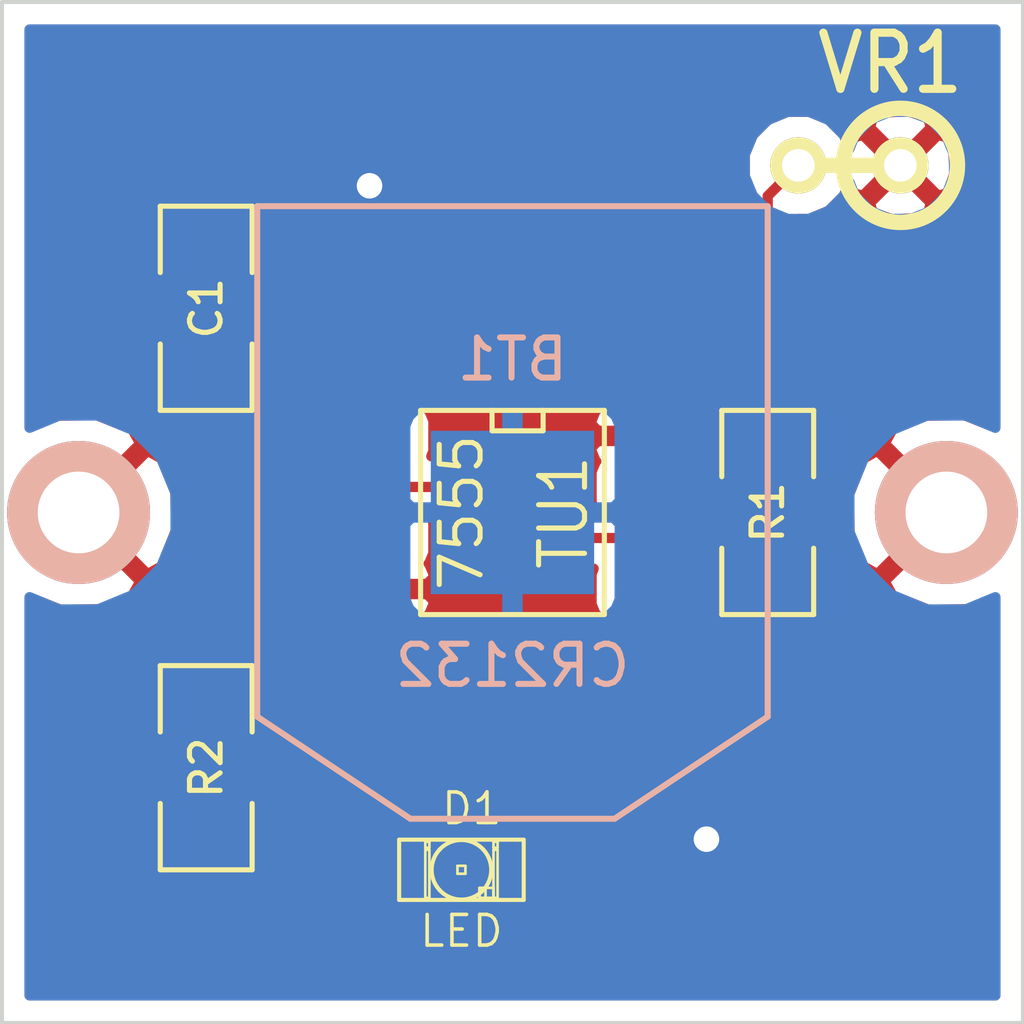
<source format=kicad_pcb>
(kicad_pcb (version 3) (host pcbnew "(2013-07-07 BZR 4022)-stable")

  (general
    (links 14)
    (no_connects 0)
    (area 199.263 58.369999 224.917 83.870001)
    (thickness 1.6)
    (drawings 4)
    (tracks 27)
    (zones 0)
    (modules 7)
    (nets 7)
  )

  (page A3)
  (layers
    (15 F.Cu signal)
    (0 B.Cu signal)
    (16 B.Adhes user)
    (17 F.Adhes user)
    (18 B.Paste user)
    (19 F.Paste user)
    (20 B.SilkS user)
    (21 F.SilkS user)
    (22 B.Mask user)
    (23 F.Mask user)
    (24 Dwgs.User user)
    (25 Cmts.User user)
    (26 Eco1.User user)
    (27 Eco2.User user)
    (28 Edge.Cuts user)
  )

  (setup
    (last_trace_width 0.254)
    (trace_clearance 0.254)
    (zone_clearance 0.508)
    (zone_45_only no)
    (trace_min 0.254)
    (segment_width 0.2)
    (edge_width 0.1)
    (via_size 0.889)
    (via_drill 0.635)
    (via_min_size 0.889)
    (via_min_drill 0.508)
    (uvia_size 0.508)
    (uvia_drill 0.127)
    (uvias_allowed no)
    (uvia_min_size 0.508)
    (uvia_min_drill 0.127)
    (pcb_text_width 0.3)
    (pcb_text_size 1.5 1.5)
    (mod_edge_width 0.15)
    (mod_text_size 1 1)
    (mod_text_width 0.15)
    (pad_size 4.064 4.064)
    (pad_drill 0)
    (pad_to_mask_clearance 0)
    (aux_axis_origin 0 0)
    (visible_elements 7FFFFFFF)
    (pcbplotparams
      (layerselection 271613953)
      (usegerberextensions true)
      (excludeedgelayer true)
      (linewidth 0.150000)
      (plotframeref false)
      (viasonmask false)
      (mode 1)
      (useauxorigin false)
      (hpglpennumber 1)
      (hpglpenspeed 20)
      (hpglpendiameter 15)
      (hpglpenoverlay 2)
      (psnegative false)
      (psa4output false)
      (plotreference true)
      (plotvalue true)
      (plotothertext true)
      (plotinvisibletext false)
      (padsonsilk false)
      (subtractmaskfromsilk false)
      (outputformat 1)
      (mirror false)
      (drillshape 0)
      (scaleselection 1)
      (outputdirectory output/))
  )

  (net 0 "")
  (net 1 GND)
  (net 2 N-000001)
  (net 3 N-000002)
  (net 4 N-000003)
  (net 5 N-000006)
  (net 6 VCC)

  (net_class Default "This is the default net class."
    (clearance 0.254)
    (trace_width 0.254)
    (via_dia 0.889)
    (via_drill 0.635)
    (uvia_dia 0.508)
    (uvia_drill 0.127)
    (add_net "")
    (add_net GND)
    (add_net N-000001)
    (add_net N-000002)
    (add_net N-000003)
    (add_net N-000006)
    (add_net VCC)
  )

  (module SO8N (layer F.Cu) (tedit 45127296) (tstamp 52DD696F)
    (at 212.09 71.12 270)
    (descr "Module CMS SOJ 8 pins large")
    (tags "CMS SOJ")
    (path /52DD5FA3)
    (attr smd)
    (fp_text reference TU1 (at 0 -1.27 270) (layer F.SilkS)
      (effects (font (size 1.143 1.016) (thickness 0.127)))
    )
    (fp_text value 7555 (at 0 1.27 270) (layer F.SilkS)
      (effects (font (size 1.016 1.016) (thickness 0.127)))
    )
    (fp_line (start -2.54 -2.286) (end 2.54 -2.286) (layer F.SilkS) (width 0.127))
    (fp_line (start 2.54 -2.286) (end 2.54 2.286) (layer F.SilkS) (width 0.127))
    (fp_line (start 2.54 2.286) (end -2.54 2.286) (layer F.SilkS) (width 0.127))
    (fp_line (start -2.54 2.286) (end -2.54 -2.286) (layer F.SilkS) (width 0.127))
    (fp_line (start -2.54 -0.762) (end -2.032 -0.762) (layer F.SilkS) (width 0.127))
    (fp_line (start -2.032 -0.762) (end -2.032 0.508) (layer F.SilkS) (width 0.127))
    (fp_line (start -2.032 0.508) (end -2.54 0.508) (layer F.SilkS) (width 0.127))
    (pad 8 smd rect (at -1.905 -3.175 270) (size 0.508 1.143)
      (layers F.Cu F.Paste F.Mask)
      (net 6 VCC)
    )
    (pad 7 smd rect (at -0.635 -3.175 270) (size 0.508 1.143)
      (layers F.Cu F.Paste F.Mask)
      (net 5 N-000006)
    )
    (pad 6 smd rect (at 0.635 -3.175 270) (size 0.508 1.143)
      (layers F.Cu F.Paste F.Mask)
      (net 2 N-000001)
    )
    (pad 5 smd rect (at 1.905 -3.175 270) (size 0.508 1.143)
      (layers F.Cu F.Paste F.Mask)
    )
    (pad 4 smd rect (at 1.905 3.175 270) (size 0.508 1.143)
      (layers F.Cu F.Paste F.Mask)
      (net 6 VCC)
    )
    (pad 3 smd rect (at 0.635 3.175 270) (size 0.508 1.143)
      (layers F.Cu F.Paste F.Mask)
      (net 3 N-000002)
    )
    (pad 2 smd rect (at -0.635 3.175 270) (size 0.508 1.143)
      (layers F.Cu F.Paste F.Mask)
      (net 2 N-000001)
    )
    (pad 1 smd rect (at -1.905 3.175 270) (size 0.508 1.143)
      (layers F.Cu F.Paste F.Mask)
      (net 1 GND)
    )
    (model smd/cms_so8.wrl
      (at (xyz 0 0 0))
      (scale (xyz 0.5 0.38 0.5))
      (rotate (xyz 0 0 0))
    )
  )

  (module SM1206 (layer F.Cu) (tedit 42806E24) (tstamp 52DEC2EB)
    (at 204.47 77.47 270)
    (path /52DD6039)
    (attr smd)
    (fp_text reference R2 (at 0 0 270) (layer F.SilkS)
      (effects (font (size 0.762 0.762) (thickness 0.127)))
    )
    (fp_text value 1K (at 0 0 270) (layer F.SilkS) hide
      (effects (font (size 0.762 0.762) (thickness 0.127)))
    )
    (fp_line (start -2.54 -1.143) (end -2.54 1.143) (layer F.SilkS) (width 0.127))
    (fp_line (start -2.54 1.143) (end -0.889 1.143) (layer F.SilkS) (width 0.127))
    (fp_line (start 0.889 -1.143) (end 2.54 -1.143) (layer F.SilkS) (width 0.127))
    (fp_line (start 2.54 -1.143) (end 2.54 1.143) (layer F.SilkS) (width 0.127))
    (fp_line (start 2.54 1.143) (end 0.889 1.143) (layer F.SilkS) (width 0.127))
    (fp_line (start -0.889 -1.143) (end -2.54 -1.143) (layer F.SilkS) (width 0.127))
    (pad 1 smd rect (at -1.651 0 270) (size 1.524 2.032)
      (layers F.Cu F.Paste F.Mask)
      (net 3 N-000002)
    )
    (pad 2 smd rect (at 1.651 0 270) (size 1.524 2.032)
      (layers F.Cu F.Paste F.Mask)
      (net 4 N-000003)
    )
    (model smd/chip_cms.wrl
      (at (xyz 0 0 0))
      (scale (xyz 0.17 0.16 0.16))
      (rotate (xyz 0 0 0))
    )
  )

  (module SM1206 (layer F.Cu) (tedit 42806E24) (tstamp 52DD753D)
    (at 204.47 66.04 90)
    (path /52DD5FFA)
    (attr smd)
    (fp_text reference C1 (at 0 0 90) (layer F.SilkS)
      (effects (font (size 0.762 0.762) (thickness 0.127)))
    )
    (fp_text value 1u (at 0 0 90) (layer F.SilkS) hide
      (effects (font (size 0.762 0.762) (thickness 0.127)))
    )
    (fp_line (start -2.54 -1.143) (end -2.54 1.143) (layer F.SilkS) (width 0.127))
    (fp_line (start -2.54 1.143) (end -0.889 1.143) (layer F.SilkS) (width 0.127))
    (fp_line (start 0.889 -1.143) (end 2.54 -1.143) (layer F.SilkS) (width 0.127))
    (fp_line (start 2.54 -1.143) (end 2.54 1.143) (layer F.SilkS) (width 0.127))
    (fp_line (start 2.54 1.143) (end 0.889 1.143) (layer F.SilkS) (width 0.127))
    (fp_line (start -0.889 -1.143) (end -2.54 -1.143) (layer F.SilkS) (width 0.127))
    (pad 1 smd rect (at -1.651 0 90) (size 1.524 2.032)
      (layers F.Cu F.Paste F.Mask)
      (net 2 N-000001)
    )
    (pad 2 smd rect (at 1.651 0 90) (size 1.524 2.032)
      (layers F.Cu F.Paste F.Mask)
      (net 1 GND)
    )
    (model smd/chip_cms.wrl
      (at (xyz 0 0 0))
      (scale (xyz 0.17 0.16 0.16))
      (rotate (xyz 0 0 0))
    )
  )

  (module SM1206 (layer F.Cu) (tedit 42806E24) (tstamp 52DD7549)
    (at 218.44 71.12 270)
    (path /52DD6009)
    (attr smd)
    (fp_text reference R1 (at 0 0 270) (layer F.SilkS)
      (effects (font (size 0.762 0.762) (thickness 0.127)))
    )
    (fp_text value 470K (at 0 0 270) (layer F.SilkS) hide
      (effects (font (size 0.762 0.762) (thickness 0.127)))
    )
    (fp_line (start -2.54 -1.143) (end -2.54 1.143) (layer F.SilkS) (width 0.127))
    (fp_line (start -2.54 1.143) (end -0.889 1.143) (layer F.SilkS) (width 0.127))
    (fp_line (start 0.889 -1.143) (end 2.54 -1.143) (layer F.SilkS) (width 0.127))
    (fp_line (start 2.54 -1.143) (end 2.54 1.143) (layer F.SilkS) (width 0.127))
    (fp_line (start 2.54 1.143) (end 0.889 1.143) (layer F.SilkS) (width 0.127))
    (fp_line (start -0.889 -1.143) (end -2.54 -1.143) (layer F.SilkS) (width 0.127))
    (pad 1 smd rect (at -1.651 0 270) (size 1.524 2.032)
      (layers F.Cu F.Paste F.Mask)
      (net 5 N-000006)
    )
    (pad 2 smd rect (at 1.651 0 270) (size 1.524 2.032)
      (layers F.Cu F.Paste F.Mask)
      (net 2 N-000001)
    )
    (model smd/chip_cms.wrl
      (at (xyz 0 0 0))
      (scale (xyz 0.17 0.16 0.16))
      (rotate (xyz 0 0 0))
    )
  )

  (module R1 (layer F.Cu) (tedit 200000) (tstamp 52DD7551)
    (at 220.472 62.484 180)
    (descr "Resistance verticale")
    (tags R)
    (path /52DD602C)
    (autoplace_cost90 10)
    (autoplace_cost180 10)
    (fp_text reference VR1 (at -1.016 2.54 180) (layer F.SilkS)
      (effects (font (size 1.397 1.27) (thickness 0.2032)))
    )
    (fp_text value VR (at -1.143 2.54 180) (layer F.SilkS) hide
      (effects (font (size 1.397 1.27) (thickness 0.2032)))
    )
    (fp_line (start -1.27 0) (end 1.27 0) (layer F.SilkS) (width 0.381))
    (fp_circle (center -1.27 0) (end -0.635 1.27) (layer F.SilkS) (width 0.381))
    (pad 1 thru_hole circle (at -1.27 0 180) (size 1.397 1.397) (drill 0.8128)
      (layers *.Cu *.Mask F.SilkS)
      (net 6 VCC)
    )
    (pad 2 thru_hole circle (at 1.27 0 180) (size 1.397 1.397) (drill 0.8128)
      (layers *.Cu *.Mask F.SilkS)
      (net 5 N-000006)
    )
    (model discret/verti_resistor.wrl
      (at (xyz 0 0 0))
      (scale (xyz 1 1 1))
      (rotate (xyz 0 0 0))
    )
  )

  (module LED-1206 (layer F.Cu) (tedit 49BFA1FF) (tstamp 52DD757B)
    (at 210.82 80.01)
    (descr "LED 1206 smd package")
    (tags "LED1206 SMD")
    (path /52DD604B)
    (attr smd)
    (fp_text reference D1 (at 0.254 -1.524) (layer F.SilkS)
      (effects (font (size 0.762 0.762) (thickness 0.0889)))
    )
    (fp_text value LED (at 0 1.524) (layer F.SilkS)
      (effects (font (size 0.762 0.762) (thickness 0.0889)))
    )
    (fp_line (start -0.09906 0.09906) (end 0.09906 0.09906) (layer F.SilkS) (width 0.06604))
    (fp_line (start 0.09906 0.09906) (end 0.09906 -0.09906) (layer F.SilkS) (width 0.06604))
    (fp_line (start -0.09906 -0.09906) (end 0.09906 -0.09906) (layer F.SilkS) (width 0.06604))
    (fp_line (start -0.09906 0.09906) (end -0.09906 -0.09906) (layer F.SilkS) (width 0.06604))
    (fp_line (start 0.44958 0.6985) (end 0.79756 0.6985) (layer F.SilkS) (width 0.06604))
    (fp_line (start 0.79756 0.6985) (end 0.79756 0.44958) (layer F.SilkS) (width 0.06604))
    (fp_line (start 0.44958 0.44958) (end 0.79756 0.44958) (layer F.SilkS) (width 0.06604))
    (fp_line (start 0.44958 0.6985) (end 0.44958 0.44958) (layer F.SilkS) (width 0.06604))
    (fp_line (start 0.79756 0.6985) (end 0.89916 0.6985) (layer F.SilkS) (width 0.06604))
    (fp_line (start 0.89916 0.6985) (end 0.89916 -0.49784) (layer F.SilkS) (width 0.06604))
    (fp_line (start 0.79756 -0.49784) (end 0.89916 -0.49784) (layer F.SilkS) (width 0.06604))
    (fp_line (start 0.79756 0.6985) (end 0.79756 -0.49784) (layer F.SilkS) (width 0.06604))
    (fp_line (start 0.79756 -0.54864) (end 0.89916 -0.54864) (layer F.SilkS) (width 0.06604))
    (fp_line (start 0.89916 -0.54864) (end 0.89916 -0.6985) (layer F.SilkS) (width 0.06604))
    (fp_line (start 0.79756 -0.6985) (end 0.89916 -0.6985) (layer F.SilkS) (width 0.06604))
    (fp_line (start 0.79756 -0.54864) (end 0.79756 -0.6985) (layer F.SilkS) (width 0.06604))
    (fp_line (start -0.89916 0.6985) (end -0.79756 0.6985) (layer F.SilkS) (width 0.06604))
    (fp_line (start -0.79756 0.6985) (end -0.79756 -0.49784) (layer F.SilkS) (width 0.06604))
    (fp_line (start -0.89916 -0.49784) (end -0.79756 -0.49784) (layer F.SilkS) (width 0.06604))
    (fp_line (start -0.89916 0.6985) (end -0.89916 -0.49784) (layer F.SilkS) (width 0.06604))
    (fp_line (start -0.89916 -0.54864) (end -0.79756 -0.54864) (layer F.SilkS) (width 0.06604))
    (fp_line (start -0.79756 -0.54864) (end -0.79756 -0.6985) (layer F.SilkS) (width 0.06604))
    (fp_line (start -0.89916 -0.6985) (end -0.79756 -0.6985) (layer F.SilkS) (width 0.06604))
    (fp_line (start -0.89916 -0.54864) (end -0.89916 -0.6985) (layer F.SilkS) (width 0.06604))
    (fp_line (start 0.44958 0.6985) (end 0.59944 0.6985) (layer F.SilkS) (width 0.06604))
    (fp_line (start 0.59944 0.6985) (end 0.59944 0.44958) (layer F.SilkS) (width 0.06604))
    (fp_line (start 0.44958 0.44958) (end 0.59944 0.44958) (layer F.SilkS) (width 0.06604))
    (fp_line (start 0.44958 0.6985) (end 0.44958 0.44958) (layer F.SilkS) (width 0.06604))
    (fp_line (start 1.5494 0.7493) (end -1.5494 0.7493) (layer F.SilkS) (width 0.1016))
    (fp_line (start -1.5494 0.7493) (end -1.5494 -0.7493) (layer F.SilkS) (width 0.1016))
    (fp_line (start -1.5494 -0.7493) (end 1.5494 -0.7493) (layer F.SilkS) (width 0.1016))
    (fp_line (start 1.5494 -0.7493) (end 1.5494 0.7493) (layer F.SilkS) (width 0.1016))
    (fp_arc (start 0 0) (end 0.54864 0.49784) (angle 95.4) (layer F.SilkS) (width 0.1016))
    (fp_arc (start 0 0) (end -0.54864 0.49784) (angle 84.5) (layer F.SilkS) (width 0.1016))
    (fp_arc (start 0 0) (end -0.54864 -0.49784) (angle 95.4) (layer F.SilkS) (width 0.1016))
    (fp_arc (start 0 0) (end 0.54864 -0.49784) (angle 84.5) (layer F.SilkS) (width 0.1016))
    (pad 1 smd rect (at -1.41986 0) (size 1.59766 1.80086)
      (layers F.Cu F.Paste F.Mask)
      (net 4 N-000003)
    )
    (pad 2 smd rect (at 1.41986 0) (size 1.59766 1.80086)
      (layers F.Cu F.Paste F.Mask)
      (net 1 GND)
    )
  )

  (module CR2032 (layer B.Cu) (tedit 52DEBE6C) (tstamp 52DEBFAB)
    (at 212.09 71.12 180)
    (path /52DD61D3)
    (fp_text reference BT1 (at 0 3.81 180) (layer B.SilkS)
      (effects (font (size 1 1) (thickness 0.15)) (justify mirror))
    )
    (fp_text value CR2132 (at 0 -3.81 180) (layer B.SilkS)
      (effects (font (size 1 1) (thickness 0.15)) (justify mirror))
    )
    (fp_line (start -6.35 7.62) (end -6.35 -5.08) (layer B.SilkS) (width 0.15))
    (fp_line (start -6.35 -5.08) (end -2.54 -7.62) (layer B.SilkS) (width 0.15))
    (fp_line (start -2.54 -7.62) (end 2.54 -7.62) (layer B.SilkS) (width 0.15))
    (fp_line (start 2.54 -7.62) (end 6.35 -5.08) (layer B.SilkS) (width 0.15))
    (fp_line (start 6.35 -5.08) (end 6.35 7.62) (layer B.SilkS) (width 0.15))
    (fp_line (start 6.35 7.62) (end -6.35 7.62) (layer B.SilkS) (width 0.15))
    (pad 2 smd rect (at 0 0 180) (size 4.064 4.064)
      (layers B.Cu B.Paste B.Mask)
      (net 1 GND)
    )
    (pad 1 thru_hole circle (at -10.795 0 180) (size 3.556 3.556) (drill 2.032)
      (layers *.Cu *.Mask B.SilkS)
      (net 6 VCC)
    )
    (pad 1 thru_hole circle (at 10.795 0 180) (size 3.556 3.556) (drill 2.032)
      (layers *.Cu *.Mask B.SilkS)
      (net 6 VCC)
    )
  )

  (gr_line (start 224.79 58.42) (end 224.79 83.82) (angle 90) (layer Edge.Cuts) (width 0.1))
  (gr_line (start 199.39 58.42) (end 224.79 58.42) (angle 90) (layer Edge.Cuts) (width 0.1))
  (gr_line (start 199.39 83.82) (end 199.39 58.42) (angle 90) (layer Edge.Cuts) (width 0.1))
  (gr_line (start 224.79 83.82) (end 199.39 83.82) (angle 90) (layer Edge.Cuts) (width 0.1))

  (segment (start 212.23986 80.01) (end 216.154 80.01) (width 0.254) (layer F.Cu) (net 1))
  (via (at 216.916 79.248) (size 0.889) (layers F.Cu B.Cu) (net 1))
  (segment (start 216.154 80.01) (end 216.916 79.248) (width 0.254) (layer F.Cu) (net 1) (tstamp 52DECA74))
  (via (at 208.534 62.992) (size 0.889) (layers F.Cu B.Cu) (net 1))
  (segment (start 208.534 62.992) (end 207.137 64.389) (width 0.254) (layer F.Cu) (net 1) (tstamp 52DEC9C2))
  (segment (start 207.137 64.389) (end 204.47 64.389) (width 0.254) (layer F.Cu) (net 1))
  (segment (start 204.47 64.389) (end 207.899 64.389) (width 0.254) (layer F.Cu) (net 1))
  (segment (start 208.915 65.405) (end 208.915 69.215) (width 0.254) (layer F.Cu) (net 1) (tstamp 52DEC56C))
  (segment (start 207.899 64.389) (end 208.915 65.405) (width 0.254) (layer F.Cu) (net 1) (tstamp 52DEC569))
  (segment (start 215.265 71.755) (end 217.424 71.755) (width 0.254) (layer F.Cu) (net 2))
  (segment (start 217.424 71.755) (end 218.44 72.771) (width 0.254) (layer F.Cu) (net 2) (tstamp 52DEC59E))
  (segment (start 208.915 70.485) (end 211.455 70.485) (width 0.254) (layer F.Cu) (net 2))
  (segment (start 212.725 71.755) (end 215.265 71.755) (width 0.254) (layer F.Cu) (net 2) (tstamp 52DEC4AD))
  (segment (start 211.455 70.485) (end 212.725 71.755) (width 0.254) (layer F.Cu) (net 2) (tstamp 52DEC4A9))
  (segment (start 204.47 67.691) (end 204.47 69.85) (width 0.254) (layer F.Cu) (net 2))
  (segment (start 205.105 70.485) (end 208.915 70.485) (width 0.254) (layer F.Cu) (net 2) (tstamp 52DEC431))
  (segment (start 204.47 69.85) (end 205.105 70.485) (width 0.254) (layer F.Cu) (net 2) (tstamp 52DEC42A))
  (segment (start 204.47 75.819) (end 204.47 72.39) (width 0.254) (layer F.Cu) (net 3))
  (segment (start 205.105 71.755) (end 208.915 71.755) (width 0.254) (layer F.Cu) (net 3) (tstamp 52DEC320))
  (segment (start 204.47 72.39) (end 205.105 71.755) (width 0.254) (layer F.Cu) (net 3) (tstamp 52DEC31A))
  (segment (start 204.47 79.121) (end 204.851 79.121) (width 0.254) (layer F.Cu) (net 4))
  (segment (start 205.74 80.01) (end 209.40014 80.01) (width 0.254) (layer F.Cu) (net 4) (tstamp 52DEC398))
  (segment (start 204.851 79.121) (end 205.74 80.01) (width 0.254) (layer F.Cu) (net 4) (tstamp 52DEC397))
  (segment (start 218.44 69.469) (end 218.44 63.246) (width 0.254) (layer F.Cu) (net 5))
  (segment (start 218.44 63.246) (end 219.202 62.484) (width 0.254) (layer F.Cu) (net 5) (tstamp 52DECABA))
  (segment (start 215.265 70.485) (end 217.424 70.485) (width 0.254) (layer F.Cu) (net 5))
  (segment (start 217.424 70.485) (end 218.44 69.469) (width 0.254) (layer F.Cu) (net 5) (tstamp 52DEC504))

  (zone (net 6) (net_name VCC) (layer F.Cu) (tstamp 52DEC728) (hatch edge 0.508)
    (connect_pads (clearance 0.508))
    (min_thickness 0.254)
    (fill (arc_segments 16) (thermal_gap 0.508) (thermal_bridge_width 0.508))
    (polygon
      (pts
        (xy 224.282 83.312) (xy 199.644 83.312) (xy 199.644 58.928) (xy 224.282 58.928)
      )
    )
    (filled_polygon
      (pts
        (xy 224.105 83.135) (xy 217.995687 83.135) (xy 217.995687 79.034216) (xy 217.831689 78.637311) (xy 217.528286 78.333378)
        (xy 217.131668 78.168687) (xy 216.702216 78.168313) (xy 216.305311 78.332311) (xy 216.001378 78.635714) (xy 215.836687 79.032332)
        (xy 215.836499 79.248) (xy 213.6738 79.248) (xy 213.6738 78.983815) (xy 213.577331 78.750341) (xy 213.398858 78.571557)
        (xy 213.165554 78.474681) (xy 212.912935 78.47446) (xy 211.315275 78.47446) (xy 211.081801 78.570929) (xy 210.903017 78.749402)
        (xy 210.819915 78.949533) (xy 210.737611 78.750341) (xy 210.559138 78.571557) (xy 210.325834 78.474681) (xy 210.12161 78.474502)
        (xy 210.12161 73.404755) (xy 210.1215 73.31075) (xy 209.96275 73.152) (xy 209.042 73.152) (xy 209.042 73.75525)
        (xy 209.20075 73.914) (xy 209.360745 73.91411) (xy 209.613364 73.913889) (xy 209.846668 73.817013) (xy 210.025141 73.638229)
        (xy 210.12161 73.404755) (xy 210.12161 78.474502) (xy 210.073215 78.47446) (xy 208.788 78.47446) (xy 208.788 73.75525)
        (xy 208.788 73.152) (xy 207.86725 73.152) (xy 207.7085 73.31075) (xy 207.70839 73.404755) (xy 207.804859 73.638229)
        (xy 207.983332 73.817013) (xy 208.216636 73.913889) (xy 208.469255 73.91411) (xy 208.62925 73.914) (xy 208.788 73.75525)
        (xy 208.788 78.47446) (xy 208.475555 78.47446) (xy 208.242081 78.570929) (xy 208.063297 78.749402) (xy 207.966421 78.982706)
        (xy 207.9662 79.235325) (xy 207.9662 79.248) (xy 206.12111 79.248) (xy 206.12111 78.233245) (xy 206.024641 77.999771)
        (xy 205.846168 77.820987) (xy 205.612864 77.724111) (xy 205.360245 77.72389) (xy 203.328245 77.72389) (xy 203.094771 77.820359)
        (xy 202.915987 77.998832) (xy 202.819111 78.232136) (xy 202.81889 78.484755) (xy 202.81889 80.008755) (xy 202.915359 80.242229)
        (xy 203.093832 80.421013) (xy 203.327136 80.517889) (xy 203.579755 80.51811) (xy 205.170479 80.51811) (xy 205.201184 80.548815)
        (xy 205.201185 80.548815) (xy 205.448395 80.713996) (xy 205.739999 80.771999) (xy 205.74 80.772) (xy 207.9662 80.772)
        (xy 207.9662 81.036185) (xy 208.062669 81.269659) (xy 208.241142 81.448443) (xy 208.474446 81.545319) (xy 208.727065 81.54554)
        (xy 210.324725 81.54554) (xy 210.558199 81.449071) (xy 210.736983 81.270598) (xy 210.820084 81.070466) (xy 210.902389 81.269659)
        (xy 211.080862 81.448443) (xy 211.314166 81.545319) (xy 211.566785 81.54554) (xy 213.164445 81.54554) (xy 213.397919 81.449071)
        (xy 213.576703 81.270598) (xy 213.673579 81.037294) (xy 213.6738 80.784675) (xy 213.6738 80.772) (xy 216.154 80.772)
        (xy 216.154 80.771999) (xy 216.445604 80.713996) (xy 216.445605 80.713996) (xy 216.692815 80.548815) (xy 216.914131 80.327499)
        (xy 217.129784 80.327687) (xy 217.526689 80.163689) (xy 217.830622 79.860286) (xy 217.995313 79.463668) (xy 217.995687 79.034216)
        (xy 217.995687 83.135) (xy 200.075 83.135) (xy 200.075 73.230946) (xy 200.844918 73.538752) (xy 201.804795 73.526875)
        (xy 202.636438 73.182397) (xy 202.83014 72.834745) (xy 201.295 71.299605) (xy 201.280857 71.313747) (xy 201.101252 71.134142)
        (xy 201.115395 71.12) (xy 201.101252 71.105857) (xy 201.280857 70.926252) (xy 201.295 70.940395) (xy 202.83014 69.405255)
        (xy 202.636438 69.057603) (xy 201.745082 68.701248) (xy 200.785205 68.713125) (xy 200.075 69.007301) (xy 200.075 59.105)
        (xy 224.105 59.105) (xy 224.105 69.009053) (xy 223.335082 68.701248) (xy 223.087924 68.704306) (xy 223.087924 62.67652)
        (xy 223.059146 62.146802) (xy 222.911798 61.791072) (xy 222.676186 61.729419) (xy 222.496581 61.909024) (xy 222.496581 61.549814)
        (xy 222.434928 61.314202) (xy 221.93452 61.138076) (xy 221.404802 61.166854) (xy 221.049072 61.314202) (xy 220.987419 61.549814)
        (xy 221.742 62.304395) (xy 222.496581 61.549814) (xy 222.496581 61.909024) (xy 221.921605 62.484) (xy 222.676186 63.238581)
        (xy 222.911798 63.176928) (xy 223.087924 62.67652) (xy 223.087924 68.704306) (xy 222.496581 68.711623) (xy 222.496581 63.418186)
        (xy 221.742 62.663605) (xy 221.562395 62.84321) (xy 221.562395 62.484) (xy 220.807814 61.729419) (xy 220.572202 61.791072)
        (xy 220.473917 62.070316) (xy 220.333145 61.72962) (xy 219.958353 61.354174) (xy 219.468413 61.150733) (xy 218.937914 61.15027)
        (xy 218.44762 61.352855) (xy 218.072174 61.727647) (xy 217.868733 62.217587) (xy 217.86827 62.748086) (xy 217.870404 62.753251)
        (xy 217.736004 62.954395) (xy 217.678 63.246) (xy 217.678 68.07189) (xy 217.298245 68.07189) (xy 217.064771 68.168359)
        (xy 216.885987 68.346832) (xy 216.789111 68.580136) (xy 216.78889 68.832755) (xy 216.78889 69.723) (xy 216.41862 69.723)
        (xy 216.47161 69.594755) (xy 216.47161 68.835245) (xy 216.375141 68.601771) (xy 216.196668 68.422987) (xy 215.963364 68.326111)
        (xy 215.710745 68.32589) (xy 215.55075 68.326) (xy 215.392 68.48475) (xy 215.392 69.088) (xy 216.31275 69.088)
        (xy 216.4715 68.92925) (xy 216.47161 68.835245) (xy 216.47161 69.594755) (xy 216.4715 69.50075) (xy 216.31275 69.342)
        (xy 215.392 69.342) (xy 215.392 69.362) (xy 215.138 69.362) (xy 215.138 69.342) (xy 215.138 69.088)
        (xy 215.138 68.48475) (xy 214.97925 68.326) (xy 214.819255 68.32589) (xy 214.566636 68.326111) (xy 214.333332 68.422987)
        (xy 214.154859 68.601771) (xy 214.05839 68.835245) (xy 214.0585 68.92925) (xy 214.21725 69.088) (xy 215.138 69.088)
        (xy 215.138 69.342) (xy 214.21725 69.342) (xy 214.0585 69.50075) (xy 214.05839 69.594755) (xy 214.154859 69.828229)
        (xy 214.176473 69.849881) (xy 214.155487 69.870832) (xy 214.058611 70.104136) (xy 214.05839 70.356755) (xy 214.05839 70.864755)
        (xy 214.111379 70.993) (xy 213.04063 70.993) (xy 211.993815 69.946185) (xy 211.746605 69.781004) (xy 211.455 69.723)
        (xy 210.068597 69.723) (xy 210.121389 69.595864) (xy 210.12161 69.343245) (xy 210.12161 68.835245) (xy 210.025141 68.601771)
        (xy 209.846668 68.422987) (xy 209.677 68.352534) (xy 209.677 65.405) (xy 209.676999 65.404999) (xy 209.618996 65.113395)
        (xy 209.453815 64.866185) (xy 209.453815 64.866184) (xy 208.65924 64.071609) (xy 208.747784 64.071687) (xy 209.144689 63.907689)
        (xy 209.448622 63.604286) (xy 209.613313 63.207668) (xy 209.613687 62.778216) (xy 209.449689 62.381311) (xy 209.146286 62.077378)
        (xy 208.749668 61.912687) (xy 208.320216 61.912313) (xy 207.923311 62.076311) (xy 207.619378 62.379714) (xy 207.454687 62.776332)
        (xy 207.454497 62.993871) (xy 206.821369 63.627) (xy 206.12111 63.627) (xy 206.12111 63.501245) (xy 206.024641 63.267771)
        (xy 205.846168 63.088987) (xy 205.612864 62.992111) (xy 205.360245 62.99189) (xy 203.328245 62.99189) (xy 203.094771 63.088359)
        (xy 202.915987 63.266832) (xy 202.819111 63.500136) (xy 202.81889 63.752755) (xy 202.81889 65.276755) (xy 202.915359 65.510229)
        (xy 203.093832 65.689013) (xy 203.327136 65.785889) (xy 203.579755 65.78611) (xy 205.611755 65.78611) (xy 205.845229 65.689641)
        (xy 206.024013 65.511168) (xy 206.120889 65.277864) (xy 206.120999 65.151) (xy 207.137 65.151) (xy 207.583369 65.151)
        (xy 208.153 65.72063) (xy 208.153 68.352641) (xy 207.984271 68.422359) (xy 207.805487 68.600832) (xy 207.708611 68.834136)
        (xy 207.70839 69.086755) (xy 207.70839 69.594755) (xy 207.761379 69.723) (xy 205.42063 69.723) (xy 205.232 69.534369)
        (xy 205.232 69.08811) (xy 205.611755 69.08811) (xy 205.845229 68.991641) (xy 206.024013 68.813168) (xy 206.120889 68.579864)
        (xy 206.12111 68.327245) (xy 206.12111 66.803245) (xy 206.024641 66.569771) (xy 205.846168 66.390987) (xy 205.612864 66.294111)
        (xy 205.360245 66.29389) (xy 203.328245 66.29389) (xy 203.094771 66.390359) (xy 202.915987 66.568832) (xy 202.819111 66.802136)
        (xy 202.81889 67.054755) (xy 202.81889 68.578755) (xy 202.915359 68.812229) (xy 203.093832 68.991013) (xy 203.327136 69.087889)
        (xy 203.579755 69.08811) (xy 203.708 69.08811) (xy 203.708 69.85) (xy 203.766004 70.141605) (xy 203.931185 70.388815)
        (xy 204.566184 71.023815) (xy 204.566185 71.023815) (xy 204.710135 71.119999) (xy 204.710135 71.12) (xy 204.566184 71.216185)
        (xy 203.931185 71.851185) (xy 203.766004 72.098395) (xy 203.713752 72.361082) (xy 203.713752 71.570082) (xy 203.701875 70.610205)
        (xy 203.357397 69.778562) (xy 203.009745 69.58486) (xy 201.474605 71.12) (xy 203.009745 72.65514) (xy 203.357397 72.461438)
        (xy 203.713752 71.570082) (xy 203.713752 72.361082) (xy 203.708 72.39) (xy 203.708 74.42189) (xy 203.328245 74.42189)
        (xy 203.094771 74.518359) (xy 202.915987 74.696832) (xy 202.819111 74.930136) (xy 202.81889 75.182755) (xy 202.81889 76.706755)
        (xy 202.915359 76.940229) (xy 203.093832 77.119013) (xy 203.327136 77.215889) (xy 203.579755 77.21611) (xy 205.611755 77.21611)
        (xy 205.845229 77.119641) (xy 206.024013 76.941168) (xy 206.120889 76.707864) (xy 206.12111 76.455245) (xy 206.12111 74.931245)
        (xy 206.024641 74.697771) (xy 205.846168 74.518987) (xy 205.612864 74.422111) (xy 205.360245 74.42189) (xy 205.232 74.42189)
        (xy 205.232 72.70563) (xy 205.42063 72.517) (xy 207.761379 72.517) (xy 207.70839 72.645245) (xy 207.7085 72.73925)
        (xy 207.86725 72.898) (xy 208.788 72.898) (xy 208.788 72.878) (xy 209.042 72.878) (xy 209.042 72.898)
        (xy 209.96275 72.898) (xy 210.1215 72.73925) (xy 210.12161 72.645245) (xy 210.025141 72.411771) (xy 210.003526 72.390118)
        (xy 210.024513 72.369168) (xy 210.121389 72.135864) (xy 210.12161 71.883245) (xy 210.12161 71.375245) (xy 210.06862 71.247)
        (xy 211.139369 71.247) (xy 212.186184 72.293815) (xy 212.186185 72.293815) (xy 212.433395 72.458996) (xy 212.725 72.517)
        (xy 214.111402 72.517) (xy 214.058611 72.644136) (xy 214.05839 72.896755) (xy 214.05839 73.404755) (xy 214.154859 73.638229)
        (xy 214.333332 73.817013) (xy 214.566636 73.913889) (xy 214.819255 73.91411) (xy 215.962255 73.91411) (xy 216.195729 73.817641)
        (xy 216.374513 73.639168) (xy 216.471389 73.405864) (xy 216.47161 73.153245) (xy 216.47161 72.645245) (xy 216.41862 72.517)
        (xy 216.78889 72.517) (xy 216.78889 73.658755) (xy 216.885359 73.892229) (xy 217.063832 74.071013) (xy 217.297136 74.167889)
        (xy 217.549755 74.16811) (xy 219.581755 74.16811) (xy 219.815229 74.071641) (xy 219.994013 73.893168) (xy 220.090889 73.659864)
        (xy 220.09111 73.407245) (xy 220.09111 71.883245) (xy 219.994641 71.649771) (xy 219.816168 71.470987) (xy 219.582864 71.374111)
        (xy 219.330245 71.37389) (xy 218.12052 71.37389) (xy 217.962815 71.216185) (xy 217.818864 71.12) (xy 217.818864 71.119999)
        (xy 217.962815 71.023815) (xy 218.12052 70.86611) (xy 219.581755 70.86611) (xy 219.815229 70.769641) (xy 219.994013 70.591168)
        (xy 220.090889 70.357864) (xy 220.09111 70.105245) (xy 220.09111 68.581245) (xy 219.994641 68.347771) (xy 219.816168 68.168987)
        (xy 219.582864 68.072111) (xy 219.330245 68.07189) (xy 219.202 68.07189) (xy 219.202 63.817499) (xy 219.466086 63.81773)
        (xy 219.95638 63.615145) (xy 220.331826 63.240353) (xy 220.465314 62.918877) (xy 220.572202 63.176928) (xy 220.807814 63.238581)
        (xy 221.562395 62.484) (xy 221.562395 62.84321) (xy 220.987419 63.418186) (xy 221.049072 63.653798) (xy 221.54948 63.829924)
        (xy 222.079198 63.801146) (xy 222.434928 63.653798) (xy 222.496581 63.418186) (xy 222.496581 68.711623) (xy 222.375205 68.713125)
        (xy 221.543562 69.057603) (xy 221.34986 69.405255) (xy 222.885 70.940395) (xy 222.899142 70.926252) (xy 223.078747 71.105857)
        (xy 223.064605 71.12) (xy 223.078747 71.134142) (xy 222.899142 71.313747) (xy 222.885 71.299605) (xy 222.705395 71.47921)
        (xy 222.705395 71.12) (xy 221.170255 69.58486) (xy 220.822603 69.778562) (xy 220.466248 70.669918) (xy 220.478125 71.629795)
        (xy 220.822603 72.461438) (xy 221.170255 72.65514) (xy 222.705395 71.12) (xy 222.705395 71.47921) (xy 221.34986 72.834745)
        (xy 221.543562 73.182397) (xy 222.434918 73.538752) (xy 223.394795 73.526875) (xy 224.105 73.232698) (xy 224.105 83.135)
      )
    )
  )
  (zone (net 1) (net_name GND) (layer B.Cu) (tstamp 52DEC8D5) (hatch edge 0.508)
    (connect_pads (clearance 0.508))
    (min_thickness 0.254)
    (fill (arc_segments 16) (thermal_gap 0.508) (thermal_bridge_width 0.508))
    (polygon
      (pts
        (xy 224.282 83.312) (xy 199.644 83.312) (xy 199.644 58.928) (xy 224.282 58.928)
      )
    )
    (filled_polygon
      (pts
        (xy 224.105 83.135) (xy 214.75711 83.135) (xy 214.75711 73.026245) (xy 214.75711 69.213755) (xy 214.756889 68.961136)
        (xy 214.660013 68.727832) (xy 214.481229 68.549359) (xy 214.247755 68.45289) (xy 212.37575 68.453) (xy 212.217 68.61175)
        (xy 212.217 70.993) (xy 214.59825 70.993) (xy 214.757 70.83425) (xy 214.75711 69.213755) (xy 214.75711 73.026245)
        (xy 214.757 71.40575) (xy 214.59825 71.247) (xy 212.217 71.247) (xy 212.217 73.62825) (xy 212.37575 73.787)
        (xy 214.247755 73.78711) (xy 214.481229 73.690641) (xy 214.660013 73.512168) (xy 214.756889 73.278864) (xy 214.75711 73.026245)
        (xy 214.75711 83.135) (xy 211.963 83.135) (xy 211.963 73.62825) (xy 211.963 71.247) (xy 211.963 70.993)
        (xy 211.963 68.61175) (xy 211.80425 68.453) (xy 209.932245 68.45289) (xy 209.698771 68.549359) (xy 209.519987 68.727832)
        (xy 209.423111 68.961136) (xy 209.42289 69.213755) (xy 209.423 70.83425) (xy 209.58175 70.993) (xy 211.963 70.993)
        (xy 211.963 71.247) (xy 209.58175 71.247) (xy 209.423 71.40575) (xy 209.42289 73.026245) (xy 209.423111 73.278864)
        (xy 209.519987 73.512168) (xy 209.698771 73.690641) (xy 209.932245 73.78711) (xy 211.80425 73.787) (xy 211.963 73.62825)
        (xy 211.963 83.135) (xy 200.075 83.135) (xy 200.075 73.226169) (xy 200.812919 73.53258) (xy 201.77287 73.533417)
        (xy 202.660069 73.166834) (xy 203.339449 72.488639) (xy 203.70758 71.602081) (xy 203.708417 70.64213) (xy 203.341834 69.754931)
        (xy 202.663639 69.075551) (xy 201.777081 68.70742) (xy 200.81713 68.706583) (xy 200.075 69.013224) (xy 200.075 59.105)
        (xy 224.105 59.105) (xy 224.105 69.01383) (xy 223.367081 68.70742) (xy 223.07573 68.707165) (xy 223.07573 62.219914)
        (xy 222.873145 61.72962) (xy 222.498353 61.354174) (xy 222.008413 61.150733) (xy 221.477914 61.15027) (xy 220.98762 61.352855)
        (xy 220.612174 61.727647) (xy 220.471906 62.065448) (xy 220.333145 61.72962) (xy 219.958353 61.354174) (xy 219.468413 61.150733)
        (xy 218.937914 61.15027) (xy 218.44762 61.352855) (xy 218.072174 61.727647) (xy 217.868733 62.217587) (xy 217.86827 62.748086)
        (xy 218.070855 63.23838) (xy 218.445647 63.613826) (xy 218.935587 63.817267) (xy 219.466086 63.81773) (xy 219.95638 63.615145)
        (xy 220.331826 63.240353) (xy 220.472093 62.902551) (xy 220.610855 63.23838) (xy 220.985647 63.613826) (xy 221.475587 63.817267)
        (xy 222.006086 63.81773) (xy 222.49638 63.615145) (xy 222.871826 63.240353) (xy 223.075267 62.750413) (xy 223.07573 62.219914)
        (xy 223.07573 68.707165) (xy 222.40713 68.706583) (xy 221.519931 69.073166) (xy 220.840551 69.751361) (xy 220.47242 70.637919)
        (xy 220.471583 71.59787) (xy 220.838166 72.485069) (xy 221.516361 73.164449) (xy 222.402919 73.53258) (xy 223.36287 73.533417)
        (xy 224.105 73.226775) (xy 224.105 83.135)
      )
    )
  )
)

</source>
